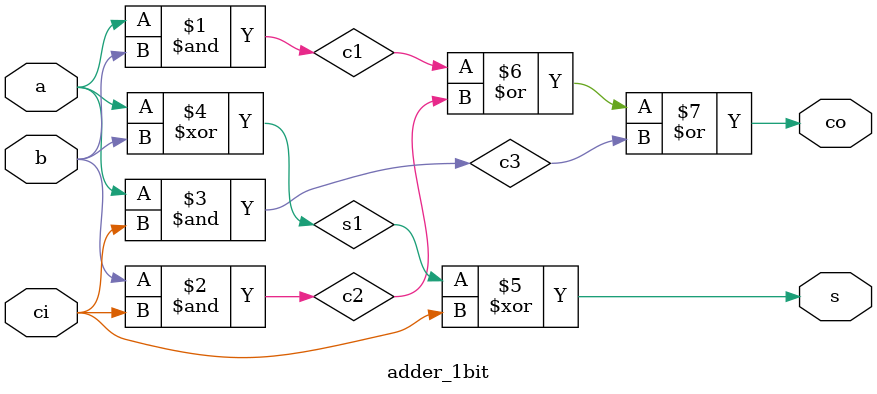
<source format=v>
`timescale 1ns / 1ps
module adder_32bits(A, B, Ctr, S, Co);
	parameter size=32;
   input [size:1] A;
   input [size:1] B;
   input Ctr;
   output [size:1] S;
   output Co;
	wire[size-1:1]  Ctemp;
	wire[size:1]    Bo;
	
	assign Bo={16{Ctr}}^B; 
adder_1bit 	A1(.a(A[1]),.b(Bo[1]),.ci(Ctr),.s(S[1]),.co(Ctemp[1])),
		A2(A[2],Bo[2],Ctemp[1],S[2],Ctemp[2]),
		A3(A[3],Bo[3],Ctemp[2],S[3],Ctemp[3]),
		A4(A[4],Bo[4],Ctemp[3],S[4],Ctemp[4]),
		A5(A[5],Bo[5],Ctemp[4],S[5],Ctemp[5]),
		A6(A[6],Bo[6],Ctemp[5],S[6],Ctemp[6]),
		A7(A[7],Bo[7],Ctemp[6],S[7],Ctemp[7]),
		A8(A[8],Bo[8],Ctemp[7],S[8],Ctemp[8]),
		A9(A[9],Bo[9],Ctemp[8],S[9],Ctemp[9]),
		A10(A[10],Bo[10],Ctemp[9],S[10],Ctemp[10]),
		A11(A[11],Bo[11],Ctemp[10],S[11],Ctemp[11]),
		A12(A[12],Bo[12],Ctemp[11],S[12],Ctemp[12]),
		A13(A[13],Bo[13],Ctemp[12],S[13],Ctemp[13]),
		A14(A[14],Bo[14],Ctemp[13],S[14],Ctemp[14]),
		A15(A[15],Bo[15],Ctemp[14],S[15],Ctemp[15]),
		A16(A[16],Bo[16],Ctemp[15],S[16],Ctemp[16]),
		A17(A[17],Bo[17],Ctemp[16],S[17],Ctemp[17]),
		A18(A[18],Bo[18],Ctemp[17],S[18],Ctemp[18]),
		A19(A[19],Bo[19],Ctemp[18],S[19],Ctemp[19]),
		A20(A[20],Bo[20],Ctemp[19],S[20],Ctemp[20]),
		A21(A[21],Bo[21],Ctemp[20],S[21],Ctemp[21]),
		A22(A[22],Bo[22],Ctemp[21],S[22],Ctemp[22]),
		A23(A[23],Bo[23],Ctemp[22],S[23],Ctemp[23]),
		A24(A[24],Bo[24],Ctemp[23],S[24],Ctemp[24]),
		A25(A[25],Bo[25],Ctemp[24],S[25],Ctemp[25]),
		A26(A[26],Bo[26],Ctemp[25],S[26],Ctemp[26]),
		A27(A[27],Bo[27],Ctemp[26],S[27],Ctemp[27]),
		A28(A[28],Bo[28],Ctemp[27],S[28],Ctemp[28]),
		A29(A[29],Bo[29],Ctemp[28],S[29],Ctemp[29]),
		A30(A[30],Bo[30],Ctemp[29],S[30],Ctemp[30]),
		A31(A[31],Bo[31],Ctemp[30],S[31],Ctemp[31]),
		A32(A[32],Bo[32],Ctemp[31],S[32],Co);
endmodule 

module adder_1bit(a, b, ci, s, co);
input wire a,b,ci;
	output wire s,co;
	and (c1,a,b), (c2,b,ci), (c3,a,ci);
	xor (s1,a,b), (s,s1,ci);
	or (co,c1,c2,c3);
endmodule 
</source>
